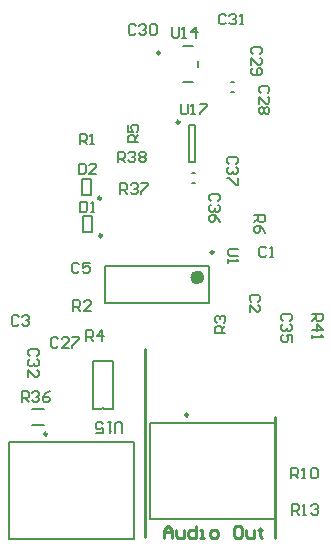
<source format=gto>
G04*
G04 #@! TF.GenerationSoftware,Altium Limited,Altium Designer,21.0.8 (223)*
G04*
G04 Layer_Color=65535*
%FSLAX25Y25*%
%MOIN*%
G70*
G04*
G04 #@! TF.SameCoordinates,84E36BB9-B4DE-43A9-923A-922111DECC7A*
G04*
G04*
G04 #@! TF.FilePolarity,Positive*
G04*
G01*
G75*
%ADD10C,0.00984*%
%ADD11C,0.02362*%
%ADD12C,0.00800*%
%ADD13C,0.00787*%
%ADD14C,0.01000*%
D10*
X32582Y114301D02*
G03*
X32582Y114301I-492J0D01*
G01*
X32882Y101801D02*
G03*
X32882Y101801I-492J0D01*
G01*
X70124Y96270D02*
G03*
X70124Y96270I-492J0D01*
G01*
X61650Y42101D02*
G03*
X61650Y42101I-492J0D01*
G01*
X52248Y162740D02*
G03*
X52248Y162740I-492J0D01*
G01*
X58768Y139685D02*
G03*
X58768Y139685I-492J0D01*
G01*
X14650Y35701D02*
G03*
X14650Y35701I-492J0D01*
G01*
D11*
X65853Y87904D02*
G03*
X65853Y87904I-1181J0D01*
G01*
D12*
X33742Y44165D02*
G03*
X32757Y44165I-493J0D01*
G01*
X36450D02*
Y59925D01*
X30050D02*
X36450D01*
X30050Y44165D02*
Y59925D01*
Y44165D02*
X32757D01*
X33742D02*
X36450D01*
X83751Y108616D02*
X87249D01*
Y106866D01*
X86666Y106283D01*
X85500D01*
X84917Y106866D01*
Y108616D01*
Y107449D02*
X83751Y106283D01*
X87249Y102784D02*
X86666Y103951D01*
X85500Y105117D01*
X84334D01*
X83751Y104534D01*
Y103367D01*
X84334Y102784D01*
X84917D01*
X85500Y103367D01*
Y105117D01*
X74049Y69384D02*
X70551D01*
Y71134D01*
X71134Y71717D01*
X72300D01*
X72883Y71134D01*
Y69384D01*
Y70551D02*
X74049Y71717D01*
X71134Y72883D02*
X70551Y73466D01*
Y74633D01*
X71134Y75216D01*
X71717D01*
X72300Y74633D01*
Y74049D01*
Y74633D01*
X72883Y75216D01*
X73466D01*
X74049Y74633D01*
Y73466D01*
X73466Y72883D01*
X25184Y125849D02*
Y122351D01*
X26934D01*
X27517Y122934D01*
Y125266D01*
X26934Y125849D01*
X25184D01*
X31016Y122351D02*
X28683D01*
X31016Y124683D01*
Y125266D01*
X30433Y125849D01*
X29266D01*
X28683Y125266D01*
X25692Y113178D02*
Y109679D01*
X27441D01*
X28024Y110262D01*
Y112595D01*
X27441Y113178D01*
X25692D01*
X29191Y109679D02*
X30357D01*
X29774D01*
Y113178D01*
X29191Y112595D01*
X78384Y97526D02*
X75468D01*
X74885Y96943D01*
Y95776D01*
X75468Y95193D01*
X78384D01*
X74885Y94027D02*
Y92861D01*
Y93444D01*
X78384D01*
X77801Y94027D01*
X45049Y132984D02*
X41551D01*
Y134734D01*
X42134Y135317D01*
X43300D01*
X43883Y134734D01*
Y132984D01*
Y134151D02*
X45049Y135317D01*
X41551Y138816D02*
Y136483D01*
X43300D01*
X42717Y137649D01*
Y138233D01*
X43300Y138816D01*
X44466D01*
X45049Y138233D01*
Y137066D01*
X44466Y136483D01*
X27684Y66751D02*
Y70249D01*
X29434D01*
X30017Y69666D01*
Y68500D01*
X29434Y67917D01*
X27684D01*
X28851D02*
X30017Y66751D01*
X32933D02*
Y70249D01*
X31183Y68500D01*
X33516D01*
X23384Y76851D02*
Y80349D01*
X25134D01*
X25717Y79766D01*
Y78600D01*
X25134Y78017D01*
X23384D01*
X24551D02*
X25717Y76851D01*
X29216D02*
X26883D01*
X29216Y79183D01*
Y79766D01*
X28633Y80349D01*
X27466D01*
X26883Y79766D01*
X25317Y92266D02*
X24734Y92849D01*
X23567D01*
X22984Y92266D01*
Y89934D01*
X23567Y89351D01*
X24734D01*
X25317Y89934D01*
X28816Y92849D02*
X26483D01*
Y91100D01*
X27649Y91683D01*
X28233D01*
X28816Y91100D01*
Y89934D01*
X28233Y89351D01*
X27066D01*
X26483Y89934D01*
X25543Y132222D02*
Y135721D01*
X27292D01*
X27876Y135138D01*
Y133971D01*
X27292Y133388D01*
X25543D01*
X26709D02*
X27876Y132222D01*
X29042D02*
X30208D01*
X29625D01*
Y135721D01*
X29042Y135138D01*
X5117Y74766D02*
X4534Y75349D01*
X3367D01*
X2784Y74766D01*
Y72434D01*
X3367Y71851D01*
X4534D01*
X5117Y72434D01*
X6283Y74766D02*
X6866Y75349D01*
X8033D01*
X8616Y74766D01*
Y74183D01*
X8033Y73600D01*
X7449D01*
X8033D01*
X8616Y73017D01*
Y72434D01*
X8033Y71851D01*
X6866D01*
X6283Y72434D01*
X85066Y79883D02*
X85649Y80466D01*
Y81633D01*
X85066Y82216D01*
X82734D01*
X82151Y81633D01*
Y80466D01*
X82734Y79883D01*
X82151Y76384D02*
Y78717D01*
X84483Y76384D01*
X85066D01*
X85649Y76967D01*
Y78134D01*
X85066Y78717D01*
X87700Y97566D02*
X87117Y98149D01*
X85951D01*
X85367Y97566D01*
Y95234D01*
X85951Y94651D01*
X87117D01*
X87700Y95234D01*
X88866Y94651D02*
X90033D01*
X89449D01*
Y98149D01*
X88866Y97566D01*
X39526Y36051D02*
Y38967D01*
X38943Y39550D01*
X37777D01*
X37193Y38967D01*
Y36051D01*
X36027Y39550D02*
X34861D01*
X35444D01*
Y36051D01*
X36027Y36635D01*
X30779Y36051D02*
X33111D01*
Y37801D01*
X31945Y37218D01*
X31362D01*
X30779Y37801D01*
Y38967D01*
X31362Y39550D01*
X32528D01*
X33111Y38967D01*
X59126Y145749D02*
Y142834D01*
X59710Y142251D01*
X60876D01*
X61459Y142834D01*
Y145749D01*
X62625Y142251D02*
X63792D01*
X63208D01*
Y145749D01*
X62625Y145166D01*
X65541Y145749D02*
X67874D01*
Y145166D01*
X65541Y142834D01*
Y142251D01*
X56217Y171319D02*
Y168403D01*
X56800Y167820D01*
X57967D01*
X58550Y168403D01*
Y171319D01*
X59716Y167820D02*
X60882D01*
X60299D01*
Y171319D01*
X59716Y170736D01*
X64381Y167820D02*
Y171319D01*
X62632Y169570D01*
X64964D01*
X102951Y75782D02*
X106449D01*
Y74033D01*
X105866Y73449D01*
X104700D01*
X104117Y74033D01*
Y75782D01*
Y74616D02*
X102951Y73449D01*
Y70534D02*
X106449D01*
X104700Y72283D01*
Y69951D01*
X102951Y68784D02*
Y67618D01*
Y68201D01*
X106449D01*
X105866Y68784D01*
X38183Y126381D02*
Y129880D01*
X39933D01*
X40516Y129297D01*
Y128131D01*
X39933Y127548D01*
X38183D01*
X39350D02*
X40516Y126381D01*
X41682Y129297D02*
X42265Y129880D01*
X43432D01*
X44015Y129297D01*
Y128714D01*
X43432Y128131D01*
X42849D01*
X43432D01*
X44015Y127548D01*
Y126964D01*
X43432Y126381D01*
X42265D01*
X41682Y126964D01*
X45181Y129297D02*
X45764Y129880D01*
X46931D01*
X47514Y129297D01*
Y128714D01*
X46931Y128131D01*
X47514Y127548D01*
Y126964D01*
X46931Y126381D01*
X45764D01*
X45181Y126964D01*
Y127548D01*
X45764Y128131D01*
X45181Y128714D01*
Y129297D01*
X45764Y128131D02*
X46931D01*
X38983Y115781D02*
Y119280D01*
X40733D01*
X41316Y118697D01*
Y117531D01*
X40733Y116948D01*
X38983D01*
X40150D02*
X41316Y115781D01*
X42482Y118697D02*
X43065Y119280D01*
X44232D01*
X44815Y118697D01*
Y118114D01*
X44232Y117531D01*
X43648D01*
X44232D01*
X44815Y116948D01*
Y116364D01*
X44232Y115781D01*
X43065D01*
X42482Y116364D01*
X45981Y119280D02*
X48314D01*
Y118697D01*
X45981Y116364D01*
Y115781D01*
X6135Y46451D02*
Y49949D01*
X7884D01*
X8467Y49366D01*
Y48200D01*
X7884Y47617D01*
X6135D01*
X7301D02*
X8467Y46451D01*
X9634Y49366D02*
X10217Y49949D01*
X11383D01*
X11966Y49366D01*
Y48783D01*
X11383Y48200D01*
X10800D01*
X11383D01*
X11966Y47617D01*
Y47034D01*
X11383Y46451D01*
X10217D01*
X9634Y47034D01*
X15465Y49949D02*
X14299Y49366D01*
X13133Y48200D01*
Y47034D01*
X13716Y46451D01*
X14882D01*
X15465Y47034D01*
Y47617D01*
X14882Y48200D01*
X13133D01*
X96326Y8801D02*
Y12300D01*
X98076D01*
X98659Y11717D01*
Y10551D01*
X98076Y9967D01*
X96326D01*
X97493D02*
X98659Y8801D01*
X99825D02*
X100992D01*
X100408D01*
Y12300D01*
X99825Y11717D01*
X102741D02*
X103324Y12300D01*
X104490D01*
X105074Y11717D01*
Y11134D01*
X104490Y10551D01*
X103907D01*
X104490D01*
X105074Y9967D01*
Y9384D01*
X104490Y8801D01*
X103324D01*
X102741Y9384D01*
X96026Y20951D02*
Y24449D01*
X97776D01*
X98359Y23866D01*
Y22700D01*
X97776Y22117D01*
X96026D01*
X97193D02*
X98359Y20951D01*
X99525D02*
X100692D01*
X100108D01*
Y24449D01*
X99525Y23866D01*
X102441D02*
X103024Y24449D01*
X104190D01*
X104774Y23866D01*
Y21534D01*
X104190Y20951D01*
X103024D01*
X102441Y21534D01*
Y23866D01*
X77666Y125833D02*
X78249Y126416D01*
Y127582D01*
X77666Y128165D01*
X75334D01*
X74751Y127582D01*
Y126416D01*
X75334Y125833D01*
X77666Y124666D02*
X78249Y124083D01*
Y122917D01*
X77666Y122334D01*
X77083D01*
X76500Y122917D01*
Y123500D01*
Y122917D01*
X75917Y122334D01*
X75334D01*
X74751Y122917D01*
Y124083D01*
X75334Y124666D01*
X78249Y121167D02*
Y118835D01*
X77666D01*
X75334Y121167D01*
X74751D01*
X71666Y113333D02*
X72249Y113916D01*
Y115082D01*
X71666Y115665D01*
X69334D01*
X68751Y115082D01*
Y113916D01*
X69334Y113333D01*
X71666Y112166D02*
X72249Y111583D01*
Y110417D01*
X71666Y109834D01*
X71083D01*
X70500Y110417D01*
Y111000D01*
Y110417D01*
X69917Y109834D01*
X69334D01*
X68751Y110417D01*
Y111583D01*
X69334Y112166D01*
X72249Y106335D02*
X71666Y107501D01*
X70500Y108667D01*
X69334D01*
X68751Y108084D01*
Y106918D01*
X69334Y106335D01*
X69917D01*
X70500Y106918D01*
Y108667D01*
X95666Y73533D02*
X96249Y74116D01*
Y75282D01*
X95666Y75865D01*
X93334D01*
X92751Y75282D01*
Y74116D01*
X93334Y73533D01*
X95666Y72366D02*
X96249Y71783D01*
Y70617D01*
X95666Y70034D01*
X95083D01*
X94500Y70617D01*
Y71200D01*
Y70617D01*
X93917Y70034D01*
X93334D01*
X92751Y70617D01*
Y71783D01*
X93334Y72366D01*
X96249Y66535D02*
Y68867D01*
X94500D01*
X95083Y67701D01*
Y67118D01*
X94500Y66535D01*
X93334D01*
X92751Y67118D01*
Y68284D01*
X93334Y68867D01*
X11266Y61733D02*
X11849Y62316D01*
Y63482D01*
X11266Y64065D01*
X8934D01*
X8351Y63482D01*
Y62316D01*
X8934Y61733D01*
X11266Y60566D02*
X11849Y59983D01*
Y58817D01*
X11266Y58234D01*
X10683D01*
X10100Y58817D01*
Y59400D01*
Y58817D01*
X9517Y58234D01*
X8934D01*
X8351Y58817D01*
Y59983D01*
X8934Y60566D01*
X8351Y54735D02*
Y57067D01*
X10683Y54735D01*
X11266D01*
X11849Y55318D01*
Y56484D01*
X11266Y57067D01*
X74251Y175166D02*
X73667Y175749D01*
X72501D01*
X71918Y175166D01*
Y172834D01*
X72501Y172251D01*
X73667D01*
X74251Y172834D01*
X75417Y175166D02*
X76000Y175749D01*
X77166D01*
X77749Y175166D01*
Y174583D01*
X77166Y174000D01*
X76583D01*
X77166D01*
X77749Y173417D01*
Y172834D01*
X77166Y172251D01*
X76000D01*
X75417Y172834D01*
X78916Y172251D02*
X80082D01*
X79499D01*
Y175749D01*
X78916Y175166D01*
X44167Y171666D02*
X43584Y172249D01*
X42418D01*
X41835Y171666D01*
Y169334D01*
X42418Y168751D01*
X43584D01*
X44167Y169334D01*
X45334Y171666D02*
X45917Y172249D01*
X47083D01*
X47666Y171666D01*
Y171083D01*
X47083Y170500D01*
X46500D01*
X47083D01*
X47666Y169917D01*
Y169334D01*
X47083Y168751D01*
X45917D01*
X45334Y169334D01*
X48833Y171666D02*
X49416Y172249D01*
X50582D01*
X51165Y171666D01*
Y169334D01*
X50582Y168751D01*
X49416D01*
X48833Y169334D01*
Y171666D01*
X85666Y162333D02*
X86249Y162916D01*
Y164082D01*
X85666Y164665D01*
X83334D01*
X82751Y164082D01*
Y162916D01*
X83334Y162333D01*
X82751Y158834D02*
Y161166D01*
X85083Y158834D01*
X85666D01*
X86249Y159417D01*
Y160583D01*
X85666Y161166D01*
X83334Y157667D02*
X82751Y157084D01*
Y155918D01*
X83334Y155335D01*
X85666D01*
X86249Y155918D01*
Y157084D01*
X85666Y157667D01*
X85083D01*
X84500Y157084D01*
Y155335D01*
X88166Y149333D02*
X88749Y149916D01*
Y151082D01*
X88166Y151665D01*
X85834D01*
X85251Y151082D01*
Y149916D01*
X85834Y149333D01*
X85251Y145834D02*
Y148166D01*
X87583Y145834D01*
X88166D01*
X88749Y146417D01*
Y147583D01*
X88166Y148166D01*
Y144667D02*
X88749Y144084D01*
Y142918D01*
X88166Y142335D01*
X87583D01*
X87000Y142918D01*
X86417Y142335D01*
X85834D01*
X85251Y142918D01*
Y144084D01*
X85834Y144667D01*
X86417D01*
X87000Y144084D01*
X87583Y144667D01*
X88166D01*
X87000Y144084D02*
Y142918D01*
X18267Y67366D02*
X17684Y67949D01*
X16518D01*
X15935Y67366D01*
Y65034D01*
X16518Y64451D01*
X17684D01*
X18267Y65034D01*
X21766Y64451D02*
X19434D01*
X21766Y66783D01*
Y67366D01*
X21183Y67949D01*
X20017D01*
X19434Y67366D01*
X22933Y67949D02*
X25265D01*
Y67366D01*
X22933Y65034D01*
Y64451D01*
D13*
X26125Y115443D02*
Y120757D01*
X29275Y115443D02*
Y120757D01*
X26125D02*
X29275D01*
X26125Y115443D02*
X29275D01*
X26425Y102943D02*
Y108257D01*
X29575Y102943D02*
Y108257D01*
X26425D02*
X29575D01*
X26425Y102943D02*
X29575D01*
X34061Y91841D02*
X68510D01*
X34061Y79243D02*
X68510D01*
Y91841D01*
X34061Y79243D02*
Y91841D01*
X48953Y7258D02*
Y39542D01*
X90685D01*
Y7258D02*
Y39542D01*
X48953Y7258D02*
X90685D01*
X59827Y152996D02*
X63173D01*
X64945Y157917D02*
Y160083D01*
X59827Y165004D02*
X63173D01*
X75910Y153173D02*
X77091D01*
X75910Y149827D02*
X77091D01*
X9532Y38842D02*
X13468D01*
X9532Y44157D02*
X13468D01*
X62016Y138602D02*
X63984D01*
X62016Y126398D02*
X63984D01*
X62016D02*
Y138602D01*
X63984Y126398D02*
Y138602D01*
X62910Y122673D02*
X64091D01*
X62910Y119327D02*
X64091D01*
X1953Y858D02*
Y33142D01*
X43685D01*
Y858D02*
Y33142D01*
X1953Y858D02*
X43685D01*
D14*
X90654Y945D02*
Y41496D01*
X47346Y1339D02*
Y63937D01*
X53500Y1100D02*
Y3766D01*
X54833Y5099D01*
X56166Y3766D01*
Y1100D01*
Y3099D01*
X53500D01*
X57499Y3766D02*
Y1767D01*
X58165Y1100D01*
X60164D01*
Y3766D01*
X64163Y5099D02*
Y1100D01*
X62164D01*
X61497Y1767D01*
Y3099D01*
X62164Y3766D01*
X64163D01*
X65496Y1100D02*
X66829D01*
X66163D01*
Y3766D01*
X65496D01*
X69495Y1100D02*
X70828D01*
X71494Y1767D01*
Y3099D01*
X70828Y3766D01*
X69495D01*
X68828Y3099D01*
Y1767D01*
X69495Y1100D01*
X78825Y5099D02*
X77492D01*
X76826Y4432D01*
Y1767D01*
X77492Y1100D01*
X78825D01*
X79492Y1767D01*
Y4432D01*
X78825Y5099D01*
X80825Y3766D02*
Y1767D01*
X81491Y1100D01*
X83490D01*
Y3766D01*
X85490Y4432D02*
Y3766D01*
X84823D01*
X86156D01*
X85490D01*
Y1767D01*
X86156Y1100D01*
M02*

</source>
